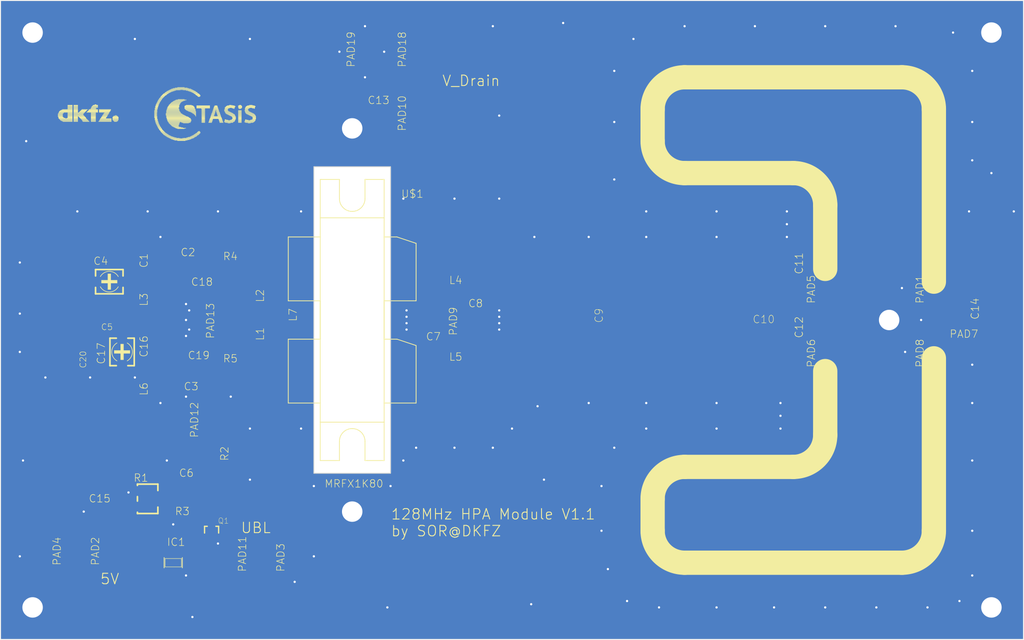
<source format=kicad_pcb>
(kicad_pcb (version 20240108) (generator "pcbnew") (generator_version "8.0")
  (layers (0 "F.Cu" signal) (31 "B.Cu" signal) (34 "B.Paste" user) (35 "F.Paste" user) (36 "B.SilkS" user "B.Silkscreen") (37 "F.SilkS" user "F.Silkscreen") (38 "B.Mask" user) (39 "F.Mask" user) (44 "Edge.Cuts" user))
  (net 0 "")
  (net 1 "GND")
  (net 2 "VCC")
  (net 3 "N$2")
  (net 4 "N$3")
  (net 5 "N$5")
  (net 6 "N$6")
  (net 7 "N$7")
  (net 8 "N$9")
  (net 9 "N$4")
  (net 10 "N$8")
  (net 11 "N$10")
  (net 12 "N$12")
  (net 13 "N$13")
  (net 14 "N$14")
  (net 15 "N$16")
  (net 16 "N$11")
  (net 17 "N$15")
  (net 18 "N$18")
  (net 19 "N$20")
  (net 20 "N$19")
  (net 21 "N$21")
  (net 22 "N$22")
  (net 23 "N$1")
  (net 24 "N$17")
  (footprint "HPA_Module_V1p1:SMD2,54-5,08_412" (layer "F.Cu") (at 214.5011 110.0036)
    (property "Reference" "PAD8")
    (property "Value" "")
  )
  (footprint "HPA_Module_V1p1:COAX.141" (layer "F.Cu") (at 75.4111 101.0436 90)
    (property "Reference" "U$2" (hide yes))
    (property "Value" "COAX_CON_DIRECT" (hide yes))
  )
  (footprint "HPA_Module_V1p1:C1210_334" (layer "F.Cu") (at 143.5011 105.0036)
    (property "Reference" "C8")
    (property "Value" "120pF")
  )
  (footprint "HPA_Module_V1p1:R0805_334" (layer "F.Cu") (at 101.5011 126.0036 90)
    (property "Reference" "R2")
    (property "Value" "180")
  )
  (footprint "HPA_Module_V1p1:LOGO_STASIS" (layer "F.Cu") (at 101.5011 73.0036)
    (property "Reference" "U$5" (hide yes))
    (property "Value" "" (hide yes))
  )
  (footprint "HPA_Module_V1p1:SMD2,54-5,08_412" (layer "F.Cu") (at 85.5011 141.0036)
    (property "Reference" "PAD2")
    (property "Value" "")
  )
  (footprint "HPA_Module_V1p1:C1210_334" (layer "F.Cu") (at 98.5011 113.0036)
    (property "Reference" "C3")
    (property "Value" "560pF")
  )
  (footprint "HPA_Module_V1p1:CTRIM3018_12_334" (layer "F.Cu") (at 85.5011 99.0036)
    (property "Reference" "C4")
    (property "Value" "JZ100")
  )
  (footprint "HPA_Module_V1p1:SMD2,54-5,08_412" (layer "F.Cu") (at 125.5011 63.0036)
    (property "Reference" "PAD19")
    (property "Value" "")
  )
  (footprint "HPA_Module_V1p1:L4532P_334" (layer "F.Cu") (at 139.5011 111.0036 -90)
    (property "Reference" "L5")
    (property "Value" "GA3093-ALC")
  )
  (footprint "HPA_Module_V1p1:L2825P_334" (layer "F.Cu") (at 106.5011 102.0036 -90)
    (property "Reference" "L2")
    (property "Value" "LQW2UASR33G00L")
  )
  (footprint "HPA_Module_V1p1:SMD2,54-5,08_412" (layer "F.Cu") (at 114.5011 142.0036)
    (property "Reference" "PAD3")
    (property "Value" "")
  )
  (footprint "HPA_Module_V1p1:C1210_334" (layer "F.Cu") (at 129.5011 68.0036 180)
    (property "Reference" "C13")
    (property "Value" "1.8nF")
  )
  (footprint "HPA_Module_V1p1:SMD2,54-5,08_412" (layer "F.Cu") (at 108.5011 142.0036)
    (property "Reference" "PAD11")
    (property "Value" "")
  )
  (footprint "HPA_Module_V1p1:C1210K_334" (layer "F.Cu") (at 83.5011 111.0036 90)
    (property "Reference" "C20")
    (property "Value" "8 Windings 4mm wire")
  )
  (footprint "HPA_Module_V1p1:SMD2,54-5,08_412" (layer "F.Cu") (at 101.5011 121.0036)
    (property "Reference" "PAD12")
    (property "Value" "")
  )
  (footprint "HPA_Module_V1p1:NI-1230H-4S" (layer "F.Cu") (at 123.5011 105.0036)
    (property "Reference" "U$1")
    (property "Value" "MRFX1K80")
    (fp_line (start -6 -24) (end 6 -24) (stroke (width 0.127)) (layer "Edge.Cuts"))
    (fp_line (start -6 24) (end -6 -24) (stroke (width 0.127)) (layer "Edge.Cuts"))
    (fp_line (start 6 -24) (end 6 24) (stroke (width 0.127)) (layer "Edge.Cuts"))
    (fp_line (start 6 24) (end -6 24) (stroke (width 0.127)) (layer "Edge.Cuts"))
  )
  (footprint "HPA_Module_V1p1:SMD2,54-5,08_412" (layer "F.Cu") (at 133.5011 73.0036)
    (property "Reference" "PAD10")
    (property "Value" "")
  )
  (footprint "HPA_Module_V1p1:C1210_334" (layer "F.Cu") (at 193.5011 100.0036)
    (property "Reference" "C11")
    (property "Value" "470pF")
  )
  (footprint "HPA_Module_V1p1:C1210_334" (layer "F.Cu") (at 135.5011 105.0036 180)
    (property "Reference" "C7")
    (property "Value" "1.8nF (S_res=128Mhz)")
  )
  (footprint "HPA_Module_V1p1:C1210_334" (layer "F.Cu") (at 93.5011 109.0036 90)
    (property "Reference" "C16")
    (property "Value" "56pF")
  )
  (footprint "HPA_Module_V1p1:SMD2,54-5,08_412" (layer "F.Cu") (at 197.5011 100.0036)
    (property "Reference" "PAD5")
    (property "Value" "")
  )
  (footprint "HPA_Module_V1p1:SMD2,54-5,08_412" (layer "F.Cu") (at 214.5011 100.0036)
    (property "Reference" "PAD1")
    (property "Value" "")
  )
  (footprint "HPA_Module_V1p1:C1210_334" (layer "F.Cu") (at 193.5011 110.0036)
    (property "Reference" "C12")
    (property "Value" "470pF")
  )
  (footprint "HPA_Module_V1p1:L4532P_334" (layer "F.Cu") (at 139.5011 99.0036 -90)
    (property "Reference" "L4")
    (property "Value" "GA3093-ALC")
  )
  (footprint "HPA_Module_V1p1:C1210_334" (layer "F.Cu") (at 98.5011 97.0036)
    (property "Reference" "C2")
    (property "Value" "560pF")
  )
  (footprint "HPA_Module_V1p1:L2825P_334" (layer "F.Cu") (at 93.5011 115.0036 90)
    (property "Reference" "L6")
    (property "Value" "1111SQ-27NGEC")
  )
  (footprint "HPA_Module_V1p1:R1206_334" (layer "F.Cu") (at 104.5011 113.0036)
    (property "Reference" "R5")
    (property "Value" "0")
  )
  (footprint "HPA_Module_V1p1:R0805_334" (layer "F.Cu") (at 97.5011 133.0036 180)
    (property "Reference" "R3")
    (property "Value" "220")
  )
  (footprint "HPA_Module_V1p1:SMD2,54-5,08_412" (layer "F.Cu") (at 79.5011 141.0036)
    (property "Reference" "PAD4")
    (property "Value" "")
  )
  (footprint "HPA_Module_V1p1:SMD2,54-5,08_412" (layer "F.Cu") (at 101.5011 105.0036)
    (property "Reference" "PAD13")
    (property "Value" "")
  )
  (footprint "HPA_Module_V1p1:C2220K_334" (layer "F.Cu") (at 159.5011 105.0036 -90)
    (property "Reference" "C9")
    (property "Value" "33pF")
  )
  (footprint "HPA_Module_V1p1:CTRIM3018_12_334" (layer "F.Cu") (at 87.5011 110.0036 -90)
    (property "Reference" "C17")
    (property "Value" "JZ100")
  )
  (footprint "HPA_Module_V1p1:R1206_334" (layer "F.Cu") (at 104.5011 97.0036)
    (property "Reference" "R4")
    (property "Value" "0")
  )
  (footprint "HPA_Module_V1p1:SOT323_514" (layer "F.Cu") (at 101.5011 138.0036)
    (property "Reference" "Q1")
    (property "Value" "310mA/60V/1.6Ω")
  )
  (footprint "HPA_Module_V1p1:C1210_334" (layer "F.Cu") (at 93.5011 95.0036 90)
    (property "Reference" "C1")
    (property "Value" "56pF")
  )
  (footprint "HPA_Module_V1p1:L2825P_334" (layer "F.Cu") (at 106.5011 108.0036 -90)
    (property "Reference" "L1")
    (property "Value" "LQW2UASR33G00L")
  )
  (footprint "HPA_Module_V1p1:C2220K_334" (layer "F.Cu") (at 187.5011 105.0036 -90)
    (property "Reference" "C10")
    (property "Value" "90pF")
  )
  (footprint "HPA_Module_V1p1:C0805_334" (layer "F.Cu") (at 99.5011 101.0036)
    (property "Reference" "C18")
    (property "Value" "1nF")
  )
  (footprint "HPA_Module_V1p1:L2825P_334" (layer "F.Cu") (at 93.5011 101.0036 90)
    (property "Reference" "L3")
    (property "Value" "1111SQ-27NGEC")
  )
  (footprint "HPA_Module_V1p1:C0805_334" (layer "F.Cu") (at 99.5011 109.0036)
    (property "Reference" "C19")
    (property "Value" "10nF")
  )
  (footprint "HPA_Module_V1p1:L4532P_334" (layer "F.Cu") (at 111.0011 105.0036 -90)
    (property "Reference" "L7")
    (property "Value" "GA3094-ALC")
  )
  (footprint "HPA_Module_V1p1:SMD2,54-5,08_412" (layer "F.Cu") (at 219.0011 105.0036 90)
    (property "Reference" "PAD7")
    (property "Value" "")
  )
  (footprint "HPA_Module_V1p1:SMD2,54-5,08_412" (layer "F.Cu") (at 139.5011 105.0036)
    (property "Reference" "PAD9")
    (property "Value" "")
  )
  (footprint "HPA_Module_V1p1:SOT23-5_87" (layer "F.Cu") (at 95.5011 143.0036)
    (property "Reference" "IC1")
    (property "Value" "74AHCT1G14DBV")
  )
  (footprint "HPA_Module_V1p1:C1210_334" (layer "F.Cu") (at 223.5311 103.1036 90)
    (property "Reference" "C14")
    (property "Value" "47pF")
  )
  (footprint "HPA_Module_V1p1:COAX.141" (layer "F.Cu") (at 223.5011 94.5036 90)
    (property "Reference" "U$3" (hide yes))
    (property "Value" "COAX_CON_DIRECT" (hide yes))
  )
  (footprint "HPA_Module_V1p1:C0805_334" (layer "F.Cu") (at 84.5011 135.0036 180)
    (property "Reference" "C15")
    (property "Value" "10nF")
  )
  (footprint "HPA_Module_V1p1:C1210K_334" (layer "F.Cu") (at 86.5011 104.0036)
    (property "Reference" "C5")
    (property "Value" "7pF")
  )
  (footprint "HPA_Module_V1p1:SMD2,54-5,08_412" (layer "F.Cu") (at 197.5011 110.0036)
    (property "Reference" "PAD6")
    (property "Value" "")
  )
  (footprint "HPA_Module_V1p1:C0805_334" (layer "F.Cu") (at 97.5011 127.0036 180)
    (property "Reference" "C6")
    (property "Value" "180pF")
  )
  (footprint "HPA_Module_V1p1:SMD2,54-5,08_412" (layer "F.Cu") (at 133.5011 63.0036)
    (property "Reference" "PAD18")
    (property "Value" "")
  )
  (footprint "HPA_Module_V1p1:RTRIM3224W_334" (layer "F.Cu") (at 91.5011 133.0036 -90)
    (property "Reference" "R1")
    (property "Value" "3224W-1-501E")
  )
  (footprint "HPA_Module_V1p1:LOGO_DKFZ" (layer "F.Cu") (at 77.5011 74.0036)
    (property "Reference" "U$4" (hide yes))
    (property "Value" "" (hide yes))
  )
  (gr_line (start 170.5011 77.0036) (end 170.5011 72.0036) (stroke (width 3.8)) (layer "F.SilkS"))
  (gr_line (start 197.5011 113.0036) (end 197.5011 123.0036) (stroke (width 3.8)) (layer "F.SilkS"))
  (gr_arc (start 192.5011 82.0036) (mid 196.036634 83.468066) (end 197.5011 87.0036) (stroke (width 3.8)) (layer "F.SilkS"))
  (gr_arc (start 214.5011 138.0036) (mid 213.036634 141.539134) (end 209.5011 143.0036) (stroke (width 3.8)) (layer "F.SilkS"))
  (gr_arc (start 170.5011 133.0036) (mid 171.965566 129.468066) (end 175.5011 128.0036) (stroke (width 3.8)) (layer "F.SilkS"))
  (gr_arc (start 209.5011 67.0036) (mid 213.036634 68.468066) (end 214.5011 72.0036) (stroke (width 3.8)) (layer "F.SilkS"))
  (gr_line (start 192.5011 128.0036) (end 175.5011 128.0036) (stroke (width 3.8)) (layer "F.SilkS"))
  (gr_line (start 175.5011 67.0036) (end 209.5011 67.0036) (stroke (width 3.8)) (layer "F.SilkS"))
  (gr_line (start 170.5011 133.0036) (end 170.5011 138.0036) (stroke (width 3.8)) (layer "F.SilkS"))
  (gr_arc (start 175.5011 143.0036) (mid 171.965566 141.539134) (end 170.5011 138.0036) (stroke (width 3.8)) (layer "F.SilkS"))
  (gr_arc (start 175.5011 82.0036) (mid 171.965566 80.539134) (end 170.5011 77.0036) (stroke (width 3.8)) (layer "F.SilkS"))
  (gr_arc (start 197.5011 123.0036) (mid 196.036634 126.539134) (end 192.5011 128.0036) (stroke (width 3.8)) (layer "F.SilkS"))
  (gr_arc (start 170.5011 72.0036) (mid 171.965566 68.468066) (end 175.5011 67.0036) (stroke (width 3.8)) (layer "F.SilkS"))
  (gr_line (start 214.5011 72.0036) (end 214.5011 99.0036) (stroke (width 3.8)) (layer "F.SilkS"))
  (gr_line (start 175.5011 143.0036) (end 209.5011 143.0036) (stroke (width 3.8)) (layer "F.SilkS"))
  (gr_line (start 197.5011 97.0036) (end 197.5011 87.0036) (stroke (width 3.8)) (layer "F.SilkS"))
  (gr_line (start 192.5011 82.0036) (end 175.5011 82.0036) (stroke (width 3.8)) (layer "F.SilkS"))
  (gr_line (start 214.5011 138.0036) (end 214.5011 111.0036) (stroke (width 3.8)) (layer "F.SilkS"))
  (gr_line (start 68.5011 55.0036) (end 68.5011 155.0036) (stroke (width 0.05)) (layer "Edge.Cuts"))
  (gr_line (start 68.5011 155.0036) (end 228.5011 155.0036) (stroke (width 0.05)) (layer "Edge.Cuts"))
  (gr_line (start 228.5011 155.0036) (end 228.5011 55.0036) (stroke (width 0.05)) (layer "Edge.Cuts"))
  (gr_line (start 228.5011 55.0036) (end 68.5011 55.0036) (stroke (width 0.05)) (layer "Edge.Cuts"))
  (gr_text "5V" (at 84.0011 146.5036 0) (layer "F.SilkS") (effects (font (size 1.63576 1.63576) (thickness 0.14224)) (justify left bottom)))
  (gr_text "128MHz HPA Module V1.1\nby SOR@DKFZ" (at 129.5011 139.0036 0) (layer "F.SilkS") (effects (font (size 1.63576 1.63576) (thickness 0.14224)) (justify left bottom)))
  (gr_text "UBL" (at 106.0011 138.5036 0) (layer "F.SilkS") (effects (font (size 1.63576 1.63576) (thickness 0.14224)) (justify left bottom)))
  (gr_text "V_Drain" (at 137.5011 68.5036 0) (layer "F.SilkS") (effects (font (size 1.63576 1.63576) (thickness 0.14224)) (justify left bottom)))
  (segment (start 93.5011 93.6036) (end 93.5011 92.0036) (width 0.6096) (layer "F.Cu") (net 1))
  (via (at 180.5011 88.0036) (size 0.7564) (drill 0.35) (layers "F.Cu" "B.Cu") (net 1))
  (via (at 220.0011 88.0036) (size 0.7564) (drill 0.35) (layers "F.Cu" "B.Cu") (net 1))
  (via (at 175.5011 59.0036) (size 0.7564) (drill 0.35) (layers "F.Cu" "B.Cu") (net 1))
  (via (at 75.5011 114.0036) (size 0.7564) (drill 0.35) (layers "F.Cu" "B.Cu") (net 1))
  (via (at 71.5011 110.0036) (size 0.7564) (drill 0.35) (layers "F.Cu" "B.Cu") (net 1))
  (via (at 220.5011 74.0036) (size 0.7564) (drill 0.35) (layers "F.Cu" "B.Cu") (net 1))
  (via (at 151.5011 149.5036) (size 0.7564) (drill 0.35) (layers "F.Cu" "B.Cu") (net 1))
  (via (at 190.5011 120.0036) (size 0.7564) (drill 0.35) (layers "F.Cu" "B.Cu") (net 1))
  (via (at 220.5011 66.0036) (size 0.7564) (drill 0.35) (layers "F.Cu" "B.Cu") (net 1))
  (via (at 139.5011 125.0036) (size 0.7564) (drill 0.35) (layers "F.Cu" "B.Cu") (net 1))
  (via (at 153.5011 130.0036) (size 0.7564) (drill 0.35) (layers "F.Cu" "B.Cu") (net 1))
  (via (at 190.5011 122.0036) (size 0.7564) (drill 0.35) (layers "F.Cu" "B.Cu") (net 1))
  (via (at 98.0011 106.5036) (size 0.7564) (drill 0.35) (layers "F.Cu" "B.Cu") (net 1))
  (via (at 220.5011 138.0036) (size 0.7564) (drill 0.35) (layers "F.Cu" "B.Cu") (net 1))
  (via (at 220.5011 80.0036) (size 0.7564) (drill 0.35) (layers "F.Cu" "B.Cu") (net 1))
  (via (at 145.5011 59.0036) (size 0.7564) (drill 0.35) (layers "F.Cu" "B.Cu") (net 1))
  (via (at 180.5011 118.0036) (size 0.7564) (drill 0.35) (layers "F.Cu" "B.Cu") (net 1))
  (via (at 162.5011 138.0036) (size 0.7564) (drill 0.35) (layers "F.Cu" "B.Cu") (net 1))
  (via (at 97.5011 145.0036) (size 0.7564) (drill 0.35) (layers "F.Cu" "B.Cu") (net 1))
  (via (at 95.5011 137.0036) (size 0.7564) (drill 0.35) (layers "F.Cu" "B.Cu") (net 1))
  (via (at 82.5011 114.0036) (size 0.7564) (drill 0.35) (layers "F.Cu" "B.Cu") (net 1))
  (via (at 93.5011 92.0036) (size 0.7564) (drill 0.35) (layers "F.Cu" "B.Cu") (net 1))
  (via (at 115.5011 122.0036) (size 0.7564) (drill 0.35) (layers "F.Cu" "B.Cu") (net 1))
  (via (at 89.5011 114.0036) (size 0.7564) (drill 0.35) (layers "F.Cu" "B.Cu") (net 1))
  (via (at 146.5011 106.5036) (size 0.7564) (drill 0.35) (layers "F.Cu" "B.Cu") (net 1))
  (via (at 164.5011 125.0036) (size 0.7564) (drill 0.35) (layers "F.Cu" "B.Cu") (net 1))
  (via (at 160.5011 92.0036) (size 0.7564) (drill 0.35) (layers "F.Cu" "B.Cu") (net 1))
  (via (at 97.5011 102.5036) (size 0.7564) (drill 0.35) (layers "F.Cu" "B.Cu") (net 1))
  (via (at 205.5011 150.0036) (size 0.7564) (drill 0.35) (layers "F.Cu" "B.Cu") (net 1))
  (via (at 212.5011 105.0036) (size 0.7564) (drill 0.35) (layers "F.Cu" "B.Cu") (net 1))
  (via (at 189.5011 150.0036) (size 0.7564) (drill 0.35) (layers "F.Cu" "B.Cu") (net 1))
  (via (at 191.5011 90.0036) (size 0.7564) (drill 0.35) (layers "F.Cu" "B.Cu") (net 1))
  (via (at 117.5011 142.0036) (size 0.7564) (drill 0.35) (layers "F.Cu" "B.Cu") (net 1))
  (via (at 167.5011 61.0036) (size 0.7564) (drill 0.35) (layers "F.Cu" "B.Cu") (net 1))
  (via (at 72.5011 77.0036) (size 0.7564) (drill 0.35) (layers "F.Cu" "B.Cu") (net 1))
  (via (at 97.5011 117.0036) (size 0.7564) (drill 0.35) (layers "F.Cu" "B.Cu") (net 1))
  (via (at 114.5011 146.0036) (size 0.7564) (drill 0.35) (layers "F.Cu" "B.Cu") (net 1))
  (via (at 217.5011 60.0036) (size 0.7564) (drill 0.35) (layers "F.Cu" "B.Cu") (net 1))
  (via (at 180.5011 92.0036) (size 0.7564) (drill 0.35) (layers "F.Cu" "B.Cu") (net 1))
  (via (at 132.0011 103.5036) (size 0.7564) (drill 0.35) (layers "F.Cu" "B.Cu") (net 1))
  (via (at 164.5011 83.0036) (size 0.7564) (drill 0.35) (layers "F.Cu" "B.Cu") (net 1))
  (via (at 164.5011 74.0036) (size 0.7564) (drill 0.35) (layers "F.Cu" "B.Cu") (net 1))
  (via (at 163.5011 144.0036) (size 0.7564) (drill 0.35) (layers "F.Cu" "B.Cu") (net 1))
  (via (at 162.5011 131.0036) (size 0.7564) (drill 0.35) (layers "F.Cu" "B.Cu") (net 1))
  (via (at 152.0011 92.0036) (size 0.7564) (drill 0.35) (layers "F.Cu" "B.Cu") (net 1))
  (via (at 146.5011 105.5036) (size 0.7564) (drill 0.35) (layers "F.Cu" "B.Cu") (net 1))
  (via (at 117.5011 131.0036) (size 0.7564) (drill 0.35) (layers "F.Cu" "B.Cu") (net 1))
  (via (at 213.5011 150.0036) (size 0.7564) (drill 0.35) (layers "F.Cu" "B.Cu") (net 1))
  (via (at 131.5011 127.0036) (size 0.7564) (drill 0.35) (layers "F.Cu" "B.Cu") (net 1))
  (via (at 115.5011 88.0036) (size 0.7564) (drill 0.35) (layers "F.Cu" "B.Cu") (net 1))
  (via (at 128.5011 63.0036) (size 0.7564) (drill 0.35) (layers "F.Cu" "B.Cu") (net 1))
  (via (at 129.5011 131.0036) (size 0.7564) (drill 0.35) (layers "F.Cu" "B.Cu") (net 1))
  (via (at 139.5011 86.0036) (size 0.7564) (drill 0.35) (layers "F.Cu" "B.Cu") (net 1))
  (via (at 146.5011 104.5036) (size 0.7564) (drill 0.35) (layers "F.Cu" "B.Cu") (net 1))
  (via (at 227.0011 88.0036) (size 0.7564) (drill 0.35) (layers "F.Cu" "B.Cu") (net 1))
  (via (at 73.5011 60.0036) (size 3.6064) (drill 3.2) (layers "F.Cu" "B.Cu") (net 1))
  (via (at 97.5011 107.5036) (size 0.7564) (drill 0.35) (layers "F.Cu" "B.Cu") (net 1))
  (via (at 102.5011 140.0036) (size 0.7564) (drill 0.35) (layers "F.Cu" "B.Cu") (net 1))
  (via (at 123.5011 135.0036) (size 3.6064) (drill 3.2) (layers "F.Cu" "B.Cu") (net 1))
  (via (at 80.5011 88.0036) (size 0.7564) (drill 0.35) (layers "F.Cu" "B.Cu") (net 1))
  (via (at 223.5011 150.0036) (size 3.6064) (drill 3.2) (layers "F.Cu" "B.Cu") (net 1))
  (via (at 152.5011 118.5036) (size 0.7564) (drill 0.35) (layers "F.Cu" "B.Cu") (net 1))
  (via (at 191.5011 92.0036) (size 0.7564) (drill 0.35) (layers "F.Cu" "B.Cu") (net 1))
  (via (at 207.5011 105.0036) (size 3.6064) (drill 3.2) (layers "F.Cu" "B.Cu") (net 1))
  (via (at 191.5011 88.0036) (size 0.7564) (drill 0.35) (layers "F.Cu" "B.Cu") (net 1))
  (via (at 164.5011 66.0036) (size 0.7564) (drill 0.35) (layers "F.Cu" "B.Cu") (net 1))
  (via (at 220.5011 145.0036) (size 0.7564) (drill 0.35) (layers "F.Cu" "B.Cu") (net 1))
  (via (at 98.5011 151.5036) (size 0.7564) (drill 0.35) (layers "F.Cu" "B.Cu") (net 1))
  (via (at 73.5011 150.0036) (size 3.6064) (drill 3.2) (layers "F.Cu" "B.Cu") (net 1))
  (via (at 81.5011 135.0036) (size 0.7564) (drill 0.35) (layers "F.Cu" "B.Cu") (net 1))
  (via (at 218.5011 149.0036) (size 0.7564) (drill 0.35) (layers "F.Cu" "B.Cu") (net 1))
  (via (at 223.5011 82.0036) (size 0.7564) (drill 0.35) (layers "F.Cu" "B.Cu") (net 1))
  (via (at 148.5011 122.0036) (size 0.7564) (drill 0.35) (layers "F.Cu" "B.Cu") (net 1))
  (via (at 107.5011 130.0036) (size 0.7564) (drill 0.35) (layers "F.Cu" "B.Cu") (net 1))
  (via (at 220.5011 118.0036) (size 0.7564) (drill 0.35) (layers "F.Cu" "B.Cu") (net 1))
  (via (at 223.5011 60.0036) (size 3.6064) (drill 3.2) (layers "F.Cu" "B.Cu") (net 1))
  (via (at 169.5011 88.0036) (size 0.7564) (drill 0.35) (layers "F.Cu" "B.Cu") (net 1))
  (via (at 123.5011 75.0036) (size 3.6064) (drill 3.2) (layers "F.Cu" "B.Cu") (net 1))
  (via (at 71.5011 96.0036) (size 0.7564) (drill 0.35) (layers "F.Cu" "B.Cu") (net 1))
  (via (at 186.5011 59.0036) (size 0.7564) (drill 0.35) (layers "F.Cu" "B.Cu") (net 1))
  (via (at 220.5011 112.0036) (size 0.7564) (drill 0.35) (layers "F.Cu" "B.Cu") (net 1))
  (via (at 197.5011 59.0036) (size 0.7564) (drill 0.35) (layers "F.Cu" "B.Cu") (net 1))
  (via (at 209.5011 100.0036) (size 0.7564) (drill 0.35) (layers "F.Cu" "B.Cu") (net 1))
  (via (at 133.5011 125.0036) (size 0.7564) (drill 0.35) (layers "F.Cu" "B.Cu") (net 1))
  (via (at 107.5011 122.0036) (size 0.7564) (drill 0.35) (layers "F.Cu" "B.Cu") (net 1))
  (via (at 160.5011 118.0036) (size 0.7564) (drill 0.35) (layers "F.Cu" "B.Cu") (net 1))
  (via (at 190.5011 118.0036) (size 0.7564) (drill 0.35) (layers "F.Cu" "B.Cu") (net 1))
  (via (at 102.5011 88.0036) (size 0.7564) (drill 0.35) (layers "F.Cu" "B.Cu") (net 1))
  (via (at 94.5011 127.0036) (size 0.7564) (drill 0.35) (layers "F.Cu" "B.Cu") (net 1))
  (via (at 156.5011 58.5036) (size 0.7564) (drill 0.35) (layers "F.Cu" "B.Cu") (net 1))
  (via (at 220.5011 127.0036) (size 0.7564) (drill 0.35) (layers "F.Cu" "B.Cu") (net 1))
  (via (at 98.0011 103.5036) (size 0.7564) (drill 0.35) (layers "F.Cu" "B.Cu") (net 1))
  (via (at 88.5011 132.0036) (size 0.7564) (drill 0.35) (layers "F.Cu" "B.Cu") (net 1))
  (via (at 71.5011 142.0036) (size 0.7564) (drill 0.35) (layers "F.Cu" "B.Cu") (net 1))
  (via (at 132.0011 105.5036) (size 0.7564) (drill 0.35) (layers "F.Cu" "B.Cu") (net 1))
  (via (at 166.5011 149.0036) (size 0.7564) (drill 0.35) (layers "F.Cu" "B.Cu") (net 1))
  (via (at 171.5011 150.0036) (size 0.7564) (drill 0.35) (layers "F.Cu" "B.Cu") (net 1))
  (via (at 180.5011 122.0036) (size 0.7564) (drill 0.35) (layers "F.Cu" "B.Cu") (net 1))
  (via (at 169.5011 118.0036) (size 0.7564) (drill 0.35) (layers "F.Cu" "B.Cu") (net 1))
  (via (at 208.5011 59.0036) (size 0.7564) (drill 0.35) (layers "F.Cu" "B.Cu") (net 1))
  (via (at 125.5011 59.0036) (size 0.7564) (drill 0.35) (layers "F.Cu" "B.Cu") (net 1))
  (via (at 107.5011 61.0036) (size 0.7564) (drill 0.35) (layers "F.Cu" "B.Cu") (net 1))
  (via (at 121.5011 63.0036) (size 0.7564) (drill 0.35) (layers "F.Cu" "B.Cu") (net 1))
  (via (at 93.5011 118.0036) (size 0.7564) (drill 0.35) (layers "F.Cu" "B.Cu") (net 1))
  (via (at 104.5011 117.0036) (size 0.7564) (drill 0.35) (layers "F.Cu" "B.Cu") (net 1))
  (via (at 132.0011 106.5036) (size 0.7564) (drill 0.35) (layers "F.Cu" "B.Cu") (net 1))
  (via (at 97.5011 105.0036) (size 0.7564) (drill 0.35) (layers "F.Cu" "B.Cu") (net 1))
  (via (at 146.5011 103.5036) (size 0.7564) (drill 0.35) (layers "F.Cu" "B.Cu") (net 1))
  (via (at 169.5011 122.0036) (size 0.7564) (drill 0.35) (layers "F.Cu" "B.Cu") (net 1))
  (via (at 210.0011 110.0036) (size 0.7564) (drill 0.35) (layers "F.Cu" "B.Cu") (net 1))
  (via (at 129.0011 150.0036) (size 0.7564) (drill 0.35) (layers "F.Cu" "B.Cu") (net 1))
  (via (at 169.5011 92.0036) (size 0.7564) (drill 0.35) (layers "F.Cu" "B.Cu") (net 1))
  (via (at 71.5011 104.0036) (size 0.7564) (drill 0.35) (layers "F.Cu" "B.Cu") (net 1))
  (via (at 146.5011 73.0036) (size 0.7564) (drill 0.35) (layers "F.Cu" "B.Cu") (net 1))
  (via (at 145.5011 125.0036) (size 0.7564) (drill 0.35) (layers "F.Cu" "B.Cu") (net 1))
  (via (at 197.5011 150.0036) (size 0.7564) (drill 0.35) (layers "F.Cu" "B.Cu") (net 1))
  (via (at 132.0011 104.5036) (size 0.7564) (drill 0.35) (layers "F.Cu" "B.Cu") (net 1))
  (via (at 146.5011 86.0036) (size 0.7564) (drill 0.35) (layers "F.Cu" "B.Cu") (net 1))
  (via (at 125.5011 67.0036) (size 0.7564) (drill 0.35) (layers "F.Cu" "B.Cu") (net 1))
  (via (at 180.5011 150.0036) (size 0.7564) (drill 0.35) (layers "F.Cu" "B.Cu") (net 1))
  (via (at 131.5011 86.0036) (size 0.7564) (drill 0.35) (layers "F.Cu" "B.Cu") (net 1))
  (via (at 72.0011 127.0036) (size 0.7564) (drill 0.35) (layers "F.Cu" "B.Cu") (net 1))
  (via (at 89.5011 61.0036) (size 0.7564) (drill 0.35) (layers "F.Cu" "B.Cu") (net 1))
  (via (at 91.5011 88.0036) (size 0.7564) (drill 0.35) (layers "F.Cu" "B.Cu") (net 1))
  (segment (start 89.3011 135.0036) (end 90.0511 134.2536) (width 0.508) (layer "F.Cu") (net 2))
  (segment (start 90.0511 137.2036) (end 94.5511 141.7036) (width 0.2) (layer "F.Cu") (net 2))
  (segment (start 85.5011 135.0536) (end 85.4511 135.0036) (width 0.508) (layer "F.Cu") (net 2))
  (segment (start 85.4511 135.0036) (end 89.3011 135.0036) (width 0.508) (layer "F.Cu") (net 2))
  (segment (start 90.0511 134.2536) (end 90.0511 137.2036) (width 0.2) (layer "F.Cu") (net 2))
  (segment (start 85.5011 141.0036) (end 85.5011 135.0536) (width 0.508) (layer "F.Cu") (net 2))
  (segment (start 106.5011 97.0036) (end 105.9231 97.0036) (width 1.27) (layer "F.Cu") (net 3))
  (segment (start 111.0011 103.0036) (end 114.5011 99.5036) (width 0.1524) (layer "F.Cu") (net 3))
  (segment (start 114.5011 97.0036) (end 106.5011 97.0036) (width 1.27) (layer "F.Cu") (net 3))
  (segment (start 114.5011 99.5036) (end 114.5011 97.0036) (width 0.1524) (layer "F.Cu") (net 3))
  (segment (start 106.5011 100.8036) (end 106.5011 97.0036) (width 1.27) (layer "F.Cu") (net 3))
  (segment (start 101.5011 102.0536) (end 101.5011 105.0036) (width 0.8128) (layer "F.Cu") (net 4))
  (segment (start 101.5011 105.0036) (end 101.5011 106.0036) (width 0.8128) (layer "F.Cu") (net 4))
  (segment (start 100.4511 109.0036) (end 101.5011 107.9536) (width 0.8128) (layer "F.Cu") (net 4))
  (segment (start 100.4511 101.0036) (end 101.5011 102.0536) (width 0.8128) (layer "F.Cu") (net 4))
  (segment (start 101.5011 105.0036) (end 106.5011 105.0036) (width 1.27) (layer "F.Cu") (net 4))
  (segment (start 106.5011 105.0036) (end 106.5011 103.2036) (width 1.27) (layer "F.Cu") (net 4))
  (segment (start 106.5011 106.8036) (end 106.5011 105.0036) (width 1.27) (layer "F.Cu") (net 4))
  (segment (start 101.5011 107.9536) (end 101.5011 105.0036) (width 0.8128) (layer "F.Cu") (net 4))
  (segment (start 93.5011 99.8036) (end 93.5011 96.4036) (width 1.27) (layer "F.Cu") (net 5))
  (segment (start 97.1011 97.0036) (end 94.1011 97.0036) (width 1.27) (layer "F.Cu") (net 5))
  (segment (start 94.1011 97.0036) (end 93.5011 96.4036) (width 1.27) (layer "F.Cu") (net 5))
  (segment (start 93.5011 110.4036) (end 93.5011 113.0036) (width 1.27) (layer "F.Cu") (net 6))
  (segment (start 97.1011 113.0036) (end 93.5011 113.0036) (width 1.27) (layer "F.Cu") (net 6))
  (segment (start 93.5011 113.0036) (end 93.5011 113.8036) (width 1.27) (layer "F.Cu") (net 6))
  (segment (start 88.5011 103.5036) (end 88.5011 99.0036) (width 1.27) (layer "F.Cu") (net 7))
  (segment (start 88.0011 104.0036) (end 88.5011 103.5036) (width 1.27) (layer "F.Cu") (net 7))
  (segment (start 88.0011 104.0036) (end 93.5011 104.0036) (width 1.27) (layer "F.Cu") (net 7))
  (segment (start 88.0011 104.0036) (end 88.0011 106.5036) (width 1.27) (layer "F.Cu") (net 7))
  (segment (start 87.5011 107.0036) (end 85.0011 109.5036) (width 1.016) (layer "F.Cu") (net 7))
  (segment (start 88.0011 106.5036) (end 87.5011 107.0036) (width 1.27) (layer "F.Cu") (net 7))
  (segment (start 85.0011 109.5036) (end 83.5011 109.5036) (width 1.016) (layer "F.Cu") (net 7))
  (segment (start 93.5011 104.0036) (end 93.5011 107.6036) (width 1.27) (layer "F.Cu") (net 7))
  (segment (start 93.5011 102.2036) (end 93.5011 104.0036) (width 1.27) (layer "F.Cu") (net 7))
  (segment (start 82.5011 101.5036) (end 82.5011 99.0036) (width 1.27) (layer "F.Cu") (net 8))
  (segment (start 75.4111 104.0036) (end 75.4111 104.407319) (width 1.27) (layer "F.Cu") (net 8))
  (segment (start 85.0011 104.0036) (end 82.5011 101.5036) (width 1.27) (layer "F.Cu") (net 8))
  (segment (start 85.0011 104.0036) (end 75.4111 104.0036) (width 1.27) (layer "F.Cu") (net 8))
  (segment (start 139.5011 101.0036) (end 139.5011 105.0036) (width 1.27) (layer "F.Cu") (net 11))
  (segment (start 139.5011 105.0036) (end 139.5011 109.0036) (width 1.27) (layer "F.Cu") (net 11))
  (segment (start 139.5011 105.0036) (end 142.1011 105.0036) (width 1.27) (layer "F.Cu") (net 11))
  (segment (start 139.5011 105.0036) (end 136.9011 105.0036) (width 1.27) (layer "F.Cu") (net 11))
  (segment (start 130.9011 68.0036) (end 133.5011 68.0036) (width 1.27) (layer "F.Cu") (net 14))
  (segment (start 133.5011 63.0036) (end 133.5011 68.0036) (width 2.54) (layer "F.Cu") (net 14))
  (segment (start 133.5011 68.0036) (end 133.5011 73.0036) (width 2.54) (layer "F.Cu") (net 14))
  (segment (start 219.0011 105.0036) (end 223.5311 105.0036) (width 0.8128) (layer "F.Cu") (net 15))
  (segment (start 223.5311 105.0036) (end 223.5311 104.5036) (width 0.8128) (layer "F.Cu") (net 15))
  (segment (start 98.4511 126.9536) (end 98.4511 127.0036) (width 0.508) (layer "F.Cu") (net 16))
  (segment (start 101.5011 126.9536) (end 101.5011 133.0036) (width 0.508) (layer "F.Cu") (net 16))
  (segment (start 98.4511 133.0036) (end 101.5011 133.0036) (width 0.508) (layer "F.Cu") (net 16))
  (segment (start 101.5011 133.0036) (end 101.5011 137.0786) (width 0.508) (layer "F.Cu") (net 16))
  (segment (start 101.5011 126.9536) (end 98.4511 126.9536) (width 0.508) (layer "F.Cu") (net 16))
  (segment (start 96.5511 133.0036) (end 92.9511 133.0036) (width 0.508) (layer "F.Cu") (net 17))
  (segment (start 100.8511 138.9286) (end 99.2261 138.9286) (width 0.508) (layer "F.Cu") (net 18))
  (segment (start 99.2261 138.9286) (end 96.4511 141.7036) (width 0.508) (layer "F.Cu") (net 18))
  (segment (start 95.5011 146.0036) (end 95.5011 144.2936) (width 0.508) (layer "F.Cu") (net 19))
  (segment (start 108.5011 142.0036) (end 103.5011 147.0036) (width 0.508) (layer "F.Cu") (net 19))
  (segment (start 103.5011 147.0036) (end 96.5011 147.0036) (width 0.508) (layer "F.Cu") (net 19))
  (segment (start 96.5011 147.0036) (end 95.5011 146.0036) (width 0.508) (layer "F.Cu") (net 19))
  (segment (start 101.5011 125.0536) (end 101.5011 121.0036) (width 0.508) (layer "F.Cu") (net 20))
  (segment (start 103.0791 97.0036) (end 99.9011 97.0036) (width 1.27) (layer "F.Cu") (net 21))
  (segment (start 99.9011 113.0036) (end 103.0791 113.0036) (width 1.27) (layer "F.Cu") (net 22))
  (segment (start 114.5011 110.5036) (end 114.5011 113.0036) (width 0.1524) (layer "F.Cu") (net 23))
  (segment (start 105.9231 113.0036) (end 106.5011 112.4256) (width 1.27) (layer "F.Cu") (net 23))
  (segment (start 106.5011 112.4256) (end 106.5011 109.2036) (width 1.27) (layer "F.Cu") (net 23))
  (segment (start 111.0011 107.0036) (end 114.5011 110.5036) (width 0.1524) (layer "F.Cu") (net 23))
  (segment (start 114.5011 113.0036) (end 105.9231 113.0036) (width 1.27) (layer "F.Cu") (net 23))
  (segment (start 223.5311 101.7036) (end 223.5311 97.767319) (width 0.8128) (layer "F.Cu") (net 24))
  (segment (start 223.5311 97.767319) (end 223.5011 97.867319) (width 0.8128) (layer "F.Cu") (net 24))
  (zone (net 12) (net_name "N$12") (layer "F.Cu") (priority 6) (connect_pads yes (clearance 0.000001)) (min_thickness 0.1) (fill yes (thermal_gap 0.5) (thermal_bridge_width 0.5))
    (polygon (pts (xy 199.215793 96.424262) (xy 199.422236 96.486885) (xy 199.612496 96.588581) (xy 199.77926 96.72544) (xy 199.916119 96.892204) (xy 200.020165 97.086859) (xy 200.1011 97.493751) (xy 200.1011 102.508513) (xy 200.080438 102.718293) (xy 200.017815 102.924736) (xy 199.916119 103.114996) (xy 199.77926 103.28176) (xy 199.612496 103.418619) (xy 199.417841 103.522665) (xy 199.010949 103.6036) (xy 195.996187 103.6036) (xy 195.786407 103.582938) (xy 195.579964 103.520315) (xy 195.389704 103.418619) (xy 195.22294 103.28176) (xy 195.086081 103.114996) (xy 194.982035 102.920341) (xy 194.9011 102.513449) (xy 194.9011 97.498687) (xy 194.921762 97.288907) (xy 194.984385 97.082464) (xy 195.086081 96.892204) (xy 195.22294 96.72544) (xy 195.389704 96.588581) (xy 195.584359 96.484535) (xy 195.991251 96.4036) (xy 199.006013 96.4036)))
  )
  (zone (net 1) (net_name "GND") (layer "F.Cu") (priority 6) (connect_pads yes (clearance 0.000001)) (min_thickness 0.1) (fill yes (thermal_gap 0.5) (thermal_bridge_width 0.5))
    (polygon (pts (xy 133.417841 102.984535) (xy 133.612496 103.088581) (xy 133.77926 103.22544) (xy 133.916119 103.392204) (xy 134.017815 103.582464) (xy 134.080438 103.788907) (xy 134.1011 103.998687) (xy 134.1011 106.013449) (xy 134.020165 106.420341) (xy 133.916119 106.614996) (xy 133.77926 106.78176) (xy 133.612496 106.918619) (xy 133.422236 107.020315) (xy 133.215793 107.082938) (xy 133.006013 107.1036) (xy 132.491251 107.1036) (xy 132.084359 107.022665) (xy 131.889704 106.918619) (xy 131.72294 106.78176) (xy 131.586081 106.614996) (xy 131.484385 106.424736) (xy 131.421762 106.218293) (xy 131.4011 106.008513) (xy 131.4011 103.993751) (xy 131.482035 103.586859) (xy 131.586081 103.392204) (xy 131.72294 103.22544) (xy 131.889704 103.088581) (xy 132.079964 102.986885) (xy 132.286407 102.924262) (xy 132.496187 102.9036) (xy 133.010949 102.9036)))
  )
  (zone (net 13) (net_name "N$13") (layer "F.Cu") (priority 6) (connect_pads yes (clearance 0.000001)) (min_thickness 0.1) (fill yes (thermal_gap 0.5) (thermal_bridge_width 0.5))
    (polygon (pts (xy 199.215793 106.424262) (xy 199.422236 106.486885) (xy 199.612496 106.588581) (xy 199.77926 106.72544) (xy 199.916119 106.892204) (xy 200.020165 107.086859) (xy 200.1011 107.493751) (xy 200.1011 112.508513) (xy 200.080438 112.718293) (xy 200.017815 112.924736) (xy 199.916119 113.114996) (xy 199.77926 113.28176) (xy 199.612496 113.418619) (xy 199.417841 113.522665) (xy 199.010949 113.6036) (xy 195.996187 113.6036) (xy 195.786407 113.582938) (xy 195.579964 113.520315) (xy 195.389704 113.418619) (xy 195.22294 113.28176) (xy 195.086081 113.114996) (xy 194.982035 112.920341) (xy 194.9011 112.513449) (xy 194.9011 107.498687) (xy 194.921762 107.288907) (xy 194.984385 107.082464) (xy 195.086081 106.892204) (xy 195.22294 106.72544) (xy 195.389704 106.588581) (xy 195.584359 106.484535) (xy 195.991251 106.4036) (xy 199.006013 106.4036)))
  )
  (zone (net 1) (net_name "GND") (layer "F.Cu") (priority 6) (connect_pads yes (clearance 0.000001)) (min_thickness 0.1) (fill yes (thermal_gap 0.5) (thermal_bridge_width 0.5))
    (polygon (pts (xy 146.215793 102.924262) (xy 146.422236 102.986885) (xy 146.612496 103.088581) (xy 146.77926 103.22544) (xy 146.916119 103.392204) (xy 147.020165 103.586859) (xy 147.1011 103.993751) (xy 147.1011 106.008513) (xy 147.080438 106.218293) (xy 147.017815 106.424736) (xy 146.916119 106.614996) (xy 146.77926 106.78176) (xy 146.612496 106.918619) (xy 146.417841 107.022665) (xy 146.010949 107.1036) (xy 144.4011 107.1036) (xy 144.4011 102.9036) (xy 146.006013 102.9036)))
  )
  (zone (net 1) (net_name "GND") (layer "F.Cu") (priority 6) (connect_pads yes (clearance 0.000001)) (min_thickness 0.1) (fill yes (thermal_gap 0.5) (thermal_bridge_width 0.5))
    (polygon (pts (xy 219.917841 91.984535) (xy 220.112496 92.088581) (xy 220.27926 92.22544) (xy 220.416119 92.392204) (xy 220.517815 92.582464) (xy 220.580438 92.788907) (xy 220.6011 92.998687) (xy 220.6011 99.013449) (xy 220.520165 99.420341) (xy 220.416119 99.614996) (xy 220.27926 99.78176) (xy 220.112496 99.918619) (xy 219.922236 100.020315) (xy 219.715793 100.082938) (xy 219.506013 100.1036) (xy 214.4011 100.1036) (xy 214.4011 96.9036) (xy 218.491249 96.9036) (xy 218.849726 96.832295) (xy 219.000845 96.75152) (xy 219.137154 96.639655) (xy 219.249019 96.503346) (xy 219.332145 96.347829) (xy 219.383332 96.179086) (xy 219.4011 95.998692) (xy 219.4011 91.88175)))
  )
  (zone (net 1) (net_name "GND") (layer "F.Cu") (priority 4) (connect_pads (clearance 0.000001)) (min_thickness 0.1) (fill yes (thermal_gap 0.25) (thermal_bridge_width 0.25))
    (polygon (pts (xy 227.6011 94.1036) (xy 219.4011 94.1036) (xy 219.4011 66.421746) (xy 219.322899 65.428137) (xy 219.22656 64.943809) (xy 219.091982 64.466635) (xy 218.920383 64.001497) (xy 218.712822 63.551265) (xy 218.470566 63.118687) (xy 218.19513 62.706468) (xy 217.888181 62.317107) (xy 217.551649 61.953051) (xy 217.187587 61.616515) (xy 216.798238 61.309576) (xy 216.386003 61.034128) (xy 215.953445 60.791882) (xy 215.503203 60.584317) (xy 215.038054 60.412714) (xy 214.560903 60.278142) (xy 214.07463 60.181416) (xy 213.582286 60.123143) (xy 213.084921 60.1036) (xy 172.917089 60.1036) (xy 172.39353 60.1223) (xy 171.874397 60.178113) (xy 171.360585 60.270815) (xy 170.85468 60.39994) (xy 170.359274 60.564828) (xy 169.876902 60.764632) (xy 169.410015 60.99834) (xy 168.960988 61.26476) (xy 168.532109 61.562536) (xy 168.125564 61.890152) (xy 167.74343 62.245931) (xy 167.387651 62.628065) (xy 167.060035 63.034611) (xy 166.762259 63.463489) (xy 166.495839 63.912516) (xy 166.262131 64.379404) (xy 166.062327 64.861775) (xy 165.897439 65.357181) (xy 165.768314 65.863087) (xy 165.675612 66.376899) (xy 165.619799 66.896032) (xy 165.6011 67.419591) (xy 165.6011 81.501411) (xy 165.621974 81.979525) (xy 165.684151 82.451807) (xy 165.78726 82.916897) (xy 165.93051 83.371228) (xy 166.112808 83.811334) (xy 166.332774 84.233884) (xy 166.588731 84.635655) (xy 166.878724 85.01358) (xy 167.200562 85.364804) (xy 167.538464 85.674434) (xy 167.902054 85.953428) (xy 168.288585 86.199675) (xy 168.695108 86.411298) (xy 169.11852 86.586681) (xy 169.555618 86.724498) (xy 170.003068 86.823695) (xy 170.457435 86.883514) (xy 170.917498 86.9036) (xy 191.510949 86.9036) (xy 191.917841 86.984535) (xy 192.112496 87.088581) (xy 192.27926 87.22544) (xy 192.416119 87.392204) (xy 192.517815 87.582464) (xy 192.580438 87.788907) (xy 192.6011 87.998687) (xy 192.6011 92.013449) (xy 192.520165 92.420341) (xy 192.416119 92.614996) (xy 192.27926 92.78176) (xy 192.112496 92.918619) (xy 191.922236 93.020315) (xy 191.715793 93.082938) (xy 191.506013 93.1036) (xy 152.319676 93.1036) (xy 151.912783 93.022665) (xy 151.718129 92.918619) (xy 151.555181 92.784891) (xy 146.435019 87.66473) (xy 146.033825 87.356882) (xy 145.813904 87.248429) (xy 145.578583 87.168548) (xy 145.334862 87.120068) (xy 145.083615 87.1036) (xy 131.491251 87.1036) (xy 131.084359 87.022665) (xy 130.889704 86.918619) (xy 130.72294 86.78176) (xy 130.586081 86.614996) (xy 130.484385 86.424736) (xy 130.421762 86.218293) (xy 130.4011 86.008513) (xy 130.4011 81.42766) (xy 130.329795 81.06919) (xy 130.24902 80.918071) (xy 130.134021 80.777945) (xy 129.730244 80.374168) (xy 129.426346 80.17111) (xy 129.26237 80.121368) (xy 129.081977 80.1036) (xy 70.905463 80.1036) (xy 70.498571 80.022665) (xy 70.303916 79.918619) (xy 70.140969 79.784891) (xy 69.4011 79.045021) (xy 69.4011 55.9036) (xy 227.6011 55.9036)))
  )
  (zone (net 1) (net_name "GND") (layer "F.Cu") (priority 6) (connect_pads (clearance 0.000001)) (min_thickness 0.1) (fill yes (thermal_gap 0.25) (thermal_bridge_width 0.25))
    (polygon (pts (xy 96.6011 92.007171) (xy 96.579978 92.302498) (xy 96.51628 92.59531) (xy 96.41156 92.876078) (xy 96.267947 93.139084) (xy 96.088367 93.378974) (xy 95.876474 93.590867) (xy 95.636584 93.770447) (xy 95.373578 93.91406) (xy 95.09281 94.01878) (xy 94.799998 94.082478) (xy 94.504671 94.1036) (xy 92.497529 94.1036) (xy 92.202202 94.082478) (xy 91.90939 94.01878) (xy 91.628622 93.91406) (xy 91.365616 93.770447) (xy 91.125726 93.590867) (xy 90.913833 93.378974) (xy 90.734253 93.139084) (xy 90.59064 92.876078) (xy 90.48592 92.59531) (xy 90.422222 92.302498) (xy 90.4011 92.007171) (xy 90.4011 87.9036) (xy 96.6011 87.9036)))
  )
  (zone (net 10) (net_name "N$8") (layer "F.Cu") (priority 6) (connect_pads yes (clearance 0.000001)) (min_thickness 0.1) (fill yes (thermal_gap 0.5) (thermal_bridge_width 0.5))
    (polygon (pts (xy 191.715793 106.424262) (xy 191.922236 106.486885) (xy 192.112496 106.588581) (xy 192.27926 106.72544) (xy 192.416119 106.892204) (xy 192.520165 107.086859) (xy 192.6011 107.493751) (xy 192.6011 112.508513) (xy 192.580438 112.718293) (xy 192.517815 112.924736) (xy 192.416119 113.114996) (xy 192.27926 113.28176) (xy 192.112496 113.418619) (xy 191.917841 113.522665) (xy 191.510949 113.6036) (xy 151.248645 113.6036) (xy 151.068253 113.621368) (xy 150.899507 113.672557) (xy 150.743994 113.75568) (xy 150.603868 113.870679) (xy 145.983708 118.490838) (xy 145.779629 118.669811) (xy 145.551206 118.822439) (xy 145.304817 118.943945) (xy 145.041556 119.033311) (xy 144.507654 119.1036) (xy 134.4011 119.1036) (xy 134.4011 111.9036) (xy 144.081979 111.9036) (xy 144.26237 111.885833) (xy 144.431116 111.834644) (xy 144.586631 111.751519) (xy 144.72675 111.636528) (xy 149.640969 106.72231) (xy 149.803916 106.588582) (xy 149.998571 106.484536) (xy 150.405463 106.4036) (xy 191.506013 106.4036)))
  )
  (zone (net 1) (net_name "GND") (layer "F.Cu") (priority 6) (connect_pads (clearance 0.000001)) (min_thickness 0.1) (fill yes (thermal_gap 0.25) (thermal_bridge_width 0.25))
    (polygon (pts (xy 98.6011 110.1036) (xy 97.991251 110.1036) (xy 97.584359 110.022665) (xy 97.389704 109.918619) (xy 97.22294 109.78176) (xy 97.086081 109.614996) (xy 96.984385 109.424736) (xy 96.921762 109.218293) (xy 96.9011 109.008513) (xy 96.9011 100.993751) (xy 96.982035 100.586859) (xy 97.086081 100.392204) (xy 97.22294 100.22544) (xy 97.389704 100.088581) (xy 97.579964 99.986885) (xy 97.786407 99.924262) (xy 97.996187 99.9036) (xy 98.6011 99.9036)))
  )
  (zone (net 14) (net_name "N$14") (layer "F.Cu") (priority 6) (connect_pads yes (clearance 0.000001)) (min_thickness 0.254) (fill yes (thermal_gap 0.5) (thermal_bridge_width 0.5))
    (polygon (pts (xy 142.7551 66.2576) (xy 136.39589 66.2576) (xy 135.89589 65.7576) (xy 131.2471 65.7576) (xy 131.2471 59.2496) (xy 142.7551 59.2496)))
  )
  (zone (net 1) (net_name "GND") (layer "F.Cu") (priority 6) (connect_pads yes (clearance 0.000001)) (min_thickness 0.1) (fill yes (thermal_gap 0.5) (thermal_bridge_width 0.5))
    (polygon (pts (xy 220.6011 112.008513) (xy 220.580438 112.218293) (xy 220.517815 112.424736) (xy 220.416119 112.614996) (xy 220.27926 112.78176) (xy 220.112496 112.918619) (xy 219.917841 113.022665) (xy 219.510949 113.1036) (xy 214.496187 113.1036) (xy 214.286407 113.082938) (xy 214.079964 113.020315) (xy 213.889704 112.918619) (xy 213.72294 112.78176) (xy 213.586081 112.614996) (xy 213.482035 112.420341) (xy 213.4011 112.013449) (xy 213.4011 110.998687) (xy 213.421762 110.788907) (xy 213.484385 110.582464) (xy 213.586081 110.392204) (xy 213.72294 110.22544) (xy 213.889704 110.088581) (xy 214.084359 109.984535) (xy 214.491251 109.9036) (xy 220.6011 109.9036)))
  )
  (zone (net 1) (net_name "GND") (layer "F.Cu") (priority 6) (connect_pads yes (clearance 0.000001)) (min_thickness 0.1) (fill yes (thermal_gap 0.5) (thermal_bridge_width 0.5))
    (polygon (pts (xy 227.6011 153.008513) (xy 227.580438 153.218293) (xy 227.517815 153.424736) (xy 227.416119 153.614996) (xy 227.27926 153.78176) (xy 227.112496 153.918619) (xy 226.917841 154.022665) (xy 226.510949 154.1036) (xy 131.496187 154.1036) (xy 131.286407 154.082938) (xy 131.079964 154.020315) (xy 130.889704 153.918619) (xy 130.72294 153.78176) (xy 130.586081 153.614996) (xy 130.482035 153.420341) (xy 130.4011 153.013449) (xy 130.4011 123.998687) (xy 130.421762 123.788907) (xy 130.484385 123.582464) (xy 130.586081 123.392204) (xy 130.72294 123.22544) (xy 130.889704 123.088581) (xy 131.084359 122.984535) (xy 131.491251 122.9036) (xy 145.083612 122.9036) (xy 145.334862 122.887133) (xy 145.578583 122.838653) (xy 145.813904 122.758773) (xy 146.033825 122.650319) (xy 146.435019 122.342472) (xy 151.555181 117.22231) (xy 151.718128 117.088582) (xy 151.912783 116.984536) (xy 152.319676 116.9036) (xy 191.506013 116.9036) (xy 191.715793 116.924262) (xy 191.922236 116.986885) (xy 192.112496 117.088581) (xy 192.27926 117.22544) (xy 192.416119 117.392204) (xy 192.520165 117.586859) (xy 192.6011 117.993751) (xy 192.6011 122.008513) (xy 192.580438 122.218293) (xy 192.517815 122.424736) (xy 192.416119 122.614996) (xy 192.27926 122.78176) (xy 192.112496 122.918619) (xy 191.917841 123.022665) (xy 191.510949 123.1036) (xy 170.917498 123.1036) (xy 170.452149 123.123918) (xy 169.992534 123.184428) (xy 169.539917 123.284771) (xy 169.097772 123.424179) (xy 168.66947 123.601588) (xy 168.258253 123.815654) (xy 167.867257 124.064746) (xy 167.499468 124.346961) (xy 167.157256 124.660541) (xy 166.767191 125.07701) (xy 166.404849 125.518524) (xy 166.072146 125.982809) (xy 165.770535 126.467839) (xy 165.501285 126.971569) (xy 165.265566 127.491813) (xy 165.064365 128.02639) (xy 164.898568 128.572947) (xy 164.768865 129.129213) (xy 164.675824 129.692745) (xy 164.61984 130.26116) (xy 164.6011 130.833645) (xy 164.6011 141.173557) (xy 164.619841 141.746041) (xy 164.675825 142.314457) (xy 164.768865 142.877989) (xy 164.898568 143.434255) (xy 165.064365 143.980812) (xy 165.265566 144.515389) (xy 165.501286 145.035633) (xy 165.770535 145.539363) (xy 166.072146 146.024393) (xy 166.404849 146.488678) (xy 166.767191 146.930192) (xy 167.157256 147.346661) (xy 167.499469 147.660241) (xy 167.867257 147.942456) (xy 168.258253 148.191547) (xy 168.66947 148.405614) (xy 169.097772 148.583023) (xy 169.539917 148.722431) (xy 169.992534 148.822774) (xy 170.452148 148.883283) (xy 170.917498 148.9036) (xy 214.084701 148.9036) (xy 214.55005 148.883283) (xy 215.009664 148.822774) (xy 215.46228 148.722431) (xy 215.904426 148.583022) (xy 216.332728 148.405614) (xy 216.743945 148.191547) (xy 217.134941 147.942456) (xy 217.502729 147.660241) (xy 217.844533 147.347035) (xy 218.157739 147.005232) (xy 218.439954 146.637443) (xy 218.689046 146.246448) (xy 218.903112 145.835231) (xy 219.080521 145.406928) (xy 219.219929 144.964783) (xy 219.319797 144.514305) (xy 219.4011 143.585027) (xy 219.4011 110.998687) (xy 219.421762 110.788907) (xy 219.484385 110.582464) (xy 219.586081 110.392204) (xy 219.72294 110.22544) (xy 219.889704 110.088581) (xy 220.084359 109.984535) (xy 220.491251 109.9036) (xy 225.496192 109.9036) (xy 225.676585 109.885833) (xy 225.845328 109.834646) (xy 226.000845 109.75152) (xy 226.137154 109.639655) (xy 226.249019 109.503346) (xy 226.329794 109.352227) (xy 226.4011 108.993749) (xy 226.4011 93.9036) (xy 227.6011 93.9036)))
  )
  (zone (net 9) (net_name "N$4") (layer "F.Cu") (priority 6) (connect_pads yes (clearance 0.000001)) (min_thickness 0.1) (fill yes (thermal_gap 0.5) (thermal_bridge_width 0.5))
    (polygon (pts (xy 144.820114 90.985583) (xy 145.179209 91.089037) (xy 145.521857 91.230967) (xy 145.84646 91.410369) (xy 146.148935 91.624988) (xy 146.423383 91.870249) (xy 150.68966 96.136528) (xy 150.829779 96.25152) (xy 150.985296 96.334646) (xy 151.154039 96.385833) (xy 151.334433 96.4036) (xy 191.510949 96.4036) (xy 191.917841 96.484535) (xy 192.112496 96.588581) (xy 192.27926 96.72544) (xy 192.416119 96.892204) (xy 192.517815 97.082464) (xy 192.580438 97.288907) (xy 192.6011 97.498687) (xy 192.6011 102.513449) (xy 192.520165 102.920341) (xy 192.416119 103.114996) (xy 192.27926 103.28176) (xy 192.112496 103.418619) (xy 191.922236 103.520315) (xy 191.715793 103.582938) (xy 191.506013 103.6036) (xy 150.405463 103.6036) (xy 149.998571 103.522665) (xy 149.803916 103.418619) (xy 149.640969 103.284891) (xy 144.730244 98.374168) (xy 144.426346 98.17111) (xy 144.26237 98.121368) (xy 144.081977 98.1036) (xy 134.4011 98.1036) (xy 134.4011 90.9036) (xy 144.092503 90.9036)))
  )
  (zone (net 1) (net_name "GND") (layer "F.Cu") (priority 6) (connect_pads (clearance 0.000001)) (min_thickness 0.1) (fill yes (thermal_gap 0.25) (thermal_bridge_width 0.25))
    (polygon (pts (xy 116.6011 88.008513) (xy 116.580438 88.218293) (xy 116.517815 88.424736) (xy 116.416119 88.614996) (xy 116.27926 88.78176) (xy 116.112496 88.918619) (xy 115.917841 89.022665) (xy 115.510949 89.1036) (xy 80.506008 89.1036) (xy 80.325614 89.121368) (xy 80.156871 89.172555) (xy 80.001354 89.255681) (xy 79.865045 89.367546) (xy 79.75318 89.503855) (xy 79.672405 89.654974) (xy 79.6011 90.013452) (xy 79.6011 99.008513) (xy 79.580438 99.218293) (xy 79.517815 99.424736) (xy 79.416119 99.614996) (xy 79.27926 99.78176) (xy 79.112496 99.918619) (xy 78.917841 100.022665) (xy 78.510949 100.1036) (xy 73.506008 100.1036) (xy 73.325614 100.121368) (xy 73.156871 100.172555) (xy 73.001354 100.255681) (xy 72.865045 100.367546) (xy 72.75318 100.503855) (xy 72.672405 100.654974) (xy 72.6011 101.013452) (xy 72.6011 111.998692) (xy 72.618867 112.179086) (xy 72.670054 112.347829) (xy 72.75318 112.503346) (xy 72.865045 112.639655) (xy 73.001354 112.75152) (xy 73.152473 112.832295) (xy 73.510951 112.9036) (xy 89.506013 112.9036) (xy 89.715793 112.924262) (xy 89.922236 112.986885) (xy 90.112496 113.088581) (xy 90.27926 113.22544) (xy 90.416119 113.392204) (xy 90.520165 113.586859) (xy 90.6011 113.993751) (xy 90.6011 115.9036) (xy 104.506013 115.9036) (xy 104.715793 115.924262) (xy 104.922236 115.986885) (xy 105.112496 116.088581) (xy 105.27926 116.22544) (xy 105.416119 116.392204) (xy 105.520165 116.586859) (xy 105.6011 116.993751) (xy 105.6011 119.998692) (xy 105.618867 120.179086) (xy 105.670054 120.347829) (xy 105.75318 120.503346) (xy 105.865045 120.639655) (xy 106.001354 120.75152) (xy 106.152473 120.832295) (xy 106.510951 120.9036) (xy 115.506013 120.9036) (xy 115.715793 120.924262) (xy 115.922236 120.986885) (xy 116.112496 121.088581) (xy 116.27926 121.22544) (xy 116.416119 121.392204) (xy 116.520165 121.586859) (xy 116.6011 121.993751) (xy 116.6011 128.998692) (xy 116.618867 129.179086) (xy 116.670054 129.347829) (xy 116.75318 129.503346) (xy 116.865045 129.639655) (xy 117.001354 129.75152) (xy 117.152473 129.832295) (xy 117.510951 129.9036) (xy 131.6011 129.9036) (xy 131.6011 154.1036) (xy 69.4011 154.1036) (xy 69.4011 78.9036) (xy 116.6011 78.9036)))
  )
  (zone (net 1) (net_name "GND") (layer "F.Cu") (priority 6) (connect_pads yes (clearance 0.000001)) (min_thickness 0.1) (fill yes (thermal_gap 0.5) (thermal_bridge_width 0.5))
    (polygon (pts (xy 214.656615 96.923211) (xy 214.801532 96.983237) (xy 214.925974 97.078726) (xy 215.021463 97.203168) (xy 215.081489 97.348085) (xy 215.1011 97.497046) (xy 215.1011 112.510154) (xy 215.081489 112.659115) (xy 215.021463 112.804032) (xy 214.925974 112.928474) (xy 214.801532 113.023963) (xy 214.656615 113.083989) (xy 214.507654 113.1036) (xy 212.322974 113.1036) (xy 211.789071 113.033311) (xy 211.52581 112.943945) (xy 211.27942 112.822439) (xy 211.050996 112.669813) (xy 210.846916 112.490838) (xy 208.013862 109.657784) (xy 207.834887 109.453704) (xy 207.682261 109.225281) (xy 207.560755 108.97889) (xy 207.472448 108.718748) (xy 207.418853 108.449306) (xy 207.4011 108.178446) (xy 207.4011 102.412197) (xy 207.488275 101.638501) (xy 207.598158 101.25709) (xy 207.748976 100.892984) (xy 207.939612 100.548055) (xy 208.16767 100.226639) (xy 208.277625 100.1036) (xy 208.259679 100.1036) (xy 211.140969 97.22231) (xy 211.303916 97.088582) (xy 211.494175 96.986886) (xy 211.700618 96.924262) (xy 211.910399 96.9036) (xy 214.507654 96.9036)))
  )
  (zone (net 1) (net_name "GND") (layer "B.Cu") (priority 6) (connect_pads (clearance 0.000001)) (min_thickness 0.1) (fill yes (thermal_gap 0.25) (thermal_bridge_width 0.25))
    (polygon (pts (xy 228.6011 155.1036) (xy 68.4011 155.1036) (xy 68.4011 54.9036) (xy 228.6011 54.9036)))
  )
)
</source>
